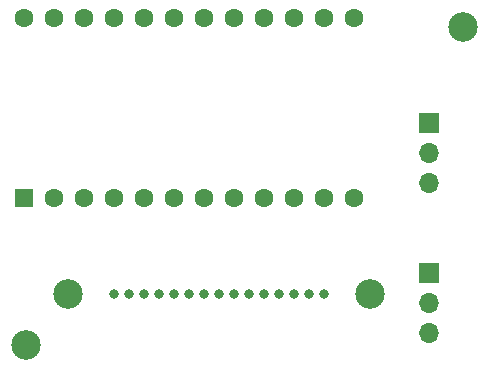
<source format=gbs>
G04 #@! TF.GenerationSoftware,KiCad,Pcbnew,7.0.1*
G04 #@! TF.CreationDate,2023-04-10T14:55:27+02:00*
G04 #@! TF.ProjectId,LightingNodeProV2,4c696768-7469-46e6-974e-6f646550726f,rev?*
G04 #@! TF.SameCoordinates,Original*
G04 #@! TF.FileFunction,Soldermask,Bot*
G04 #@! TF.FilePolarity,Negative*
%FSLAX46Y46*%
G04 Gerber Fmt 4.6, Leading zero omitted, Abs format (unit mm)*
G04 Created by KiCad (PCBNEW 7.0.1) date 2023-04-10 14:55:27*
%MOMM*%
%LPD*%
G01*
G04 APERTURE LIST*
%ADD10C,2.500000*%
%ADD11R,1.700000X1.700000*%
%ADD12O,1.700000X1.700000*%
%ADD13R,1.600000X1.600000*%
%ADD14C,1.600000*%
%ADD15C,0.800000*%
G04 APERTURE END LIST*
D10*
X162920000Y-79680000D03*
D11*
X160020000Y-87820000D03*
D12*
X160020000Y-90360000D03*
X160020000Y-92900000D03*
D13*
X125730000Y-94170000D03*
D14*
X128270000Y-94170000D03*
X130810000Y-94170000D03*
X133350000Y-94170000D03*
X135890000Y-94170000D03*
X138430000Y-94170000D03*
X140970000Y-94170000D03*
X143510000Y-94170000D03*
X146050000Y-94170000D03*
X148590000Y-94170000D03*
X151130000Y-94170000D03*
X153670000Y-94170000D03*
X153670000Y-78930000D03*
X151130000Y-78930000D03*
X148590000Y-78930000D03*
X146050000Y-78930000D03*
X143510000Y-78930000D03*
X140970000Y-78930000D03*
X138430000Y-78930000D03*
X135890000Y-78930000D03*
X133350000Y-78930000D03*
X130810000Y-78930000D03*
X128270000Y-78930000D03*
X125730000Y-78930000D03*
D15*
X133350000Y-102340000D03*
X134620000Y-102340000D03*
X135890000Y-102340000D03*
X137160000Y-102340000D03*
X138430000Y-102340000D03*
X139700000Y-102340000D03*
X140970000Y-102340000D03*
X142240000Y-102340000D03*
X143510000Y-102340000D03*
X144780000Y-102340000D03*
X146050000Y-102340000D03*
X147320000Y-102340000D03*
X148590000Y-102340000D03*
X149860000Y-102340000D03*
X151130000Y-102340000D03*
D10*
X129470000Y-102340000D03*
X155010000Y-102340000D03*
X125920000Y-106680000D03*
D11*
X160020000Y-100520000D03*
D12*
X160020000Y-103060000D03*
X160020000Y-105600000D03*
M02*

</source>
